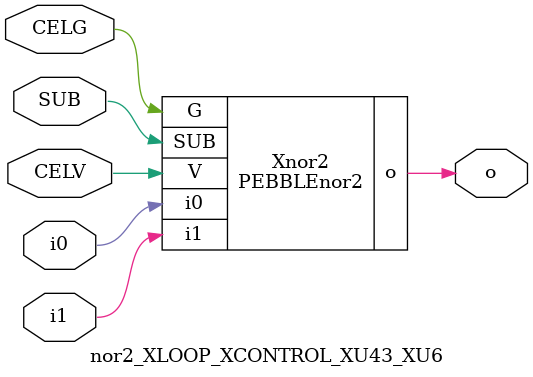
<source format=v>



module PEBBLEnor2 ( o, G, SUB, V, i0, i1 );

  input i0;
  input V;
  input i1;
  input G;
  output o;
  input SUB;
endmodule

//Celera Confidential Do Not Copy nor2_XLOOP_XCONTROL_XU43_XU6
//Celera Confidential Symbol Generator
//nor2
module nor2_XLOOP_XCONTROL_XU43_XU6 (CELV,CELG,i0,i1,o,SUB);
input CELV;
input CELG;
input i0;
input i1;
input SUB;
output o;

//Celera Confidential Do Not Copy nor2
PEBBLEnor2 Xnor2(
.V (CELV),
.i0 (i0),
.i1 (i1),
.o (o),
.SUB (SUB),
.G (CELG)
);
//,diesize,PEBBLEnor2

//Celera Confidential Do Not Copy Module End
//Celera Schematic Generator
endmodule

</source>
